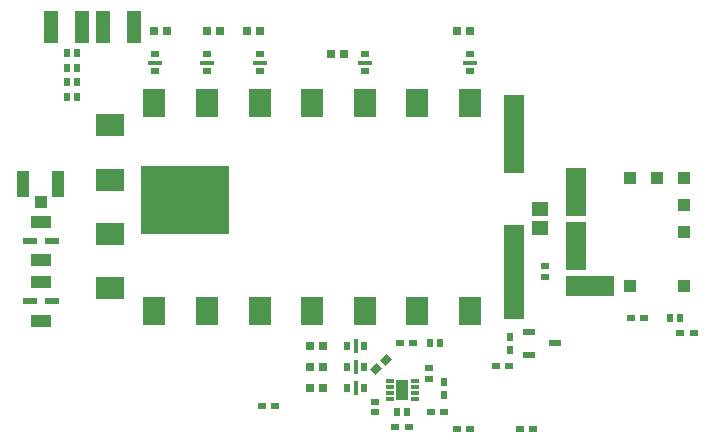
<source format=gbp>
G04*
G04 #@! TF.GenerationSoftware,Altium Limited,Altium Designer,22.3.1 (43)*
G04*
G04 Layer_Color=128*
%FSLAX25Y25*%
%MOIN*%
G70*
G04*
G04 #@! TF.SameCoordinates,D668225F-02C3-4EAC-AD72-9857121BA27B*
G04*
G04*
G04 #@! TF.FilePolarity,Positive*
G04*
G01*
G75*
%ADD16R,0.03150X0.02756*%
%ADD17R,0.02953X0.02362*%
%ADD19R,0.02362X0.02520*%
%ADD21R,0.02520X0.02362*%
%ADD29R,0.02362X0.02953*%
%ADD33R,0.03976X0.03976*%
%ADD34R,0.06969X0.16024*%
%ADD35R,0.16024X0.06969*%
%ADD45R,0.05512X0.05118*%
%ADD46R,0.04961X0.10709*%
%ADD48R,0.03150X0.02165*%
%ADD49R,0.04724X0.01181*%
G04:AMPARAMS|DCode=102|XSize=23.62mil|YSize=29.53mil|CornerRadius=0mil|HoleSize=0mil|Usage=FLASHONLY|Rotation=315.000|XOffset=0mil|YOffset=0mil|HoleType=Round|Shape=Rectangle|*
%AMROTATEDRECTD102*
4,1,4,-0.01879,-0.00209,0.00209,0.01879,0.01879,0.00209,-0.00209,-0.01879,-0.01879,-0.00209,0.0*
%
%ADD102ROTATEDRECTD102*%

%ADD103R,0.07087X0.31496*%
%ADD104R,0.07087X0.25984*%
%ADD105R,0.07402X0.09724*%
%ADD106R,0.09724X0.07402*%
%ADD108R,0.03937X0.04134*%
%ADD109R,0.04134X0.08661*%
%ADD110R,0.04902X0.02402*%
%ADD111R,0.07087X0.04095*%
%ADD112R,0.02165X0.03150*%
%ADD113R,0.01181X0.04724*%
%ADD114R,0.04134X0.02362*%
%ADD115R,0.03937X0.06693*%
%ADD116R,0.02756X0.01181*%
%ADD131R,0.29456X0.22621*%
D16*
X135665Y258500D02*
D03*
X131335D02*
D03*
X232335D02*
D03*
X236665D02*
D03*
X190169Y251000D02*
D03*
X194500D02*
D03*
X153165Y258500D02*
D03*
X148835D02*
D03*
X162335D02*
D03*
X166665D02*
D03*
X183335Y139500D02*
D03*
X187665D02*
D03*
X183335Y153500D02*
D03*
X187665D02*
D03*
X183335Y146500D02*
D03*
X187665D02*
D03*
D17*
X213236Y154500D02*
D03*
X217764D02*
D03*
X245236Y147000D02*
D03*
X249764D02*
D03*
X216264Y126500D02*
D03*
X211736D02*
D03*
X253236Y126000D02*
D03*
X257764D02*
D03*
X236764D02*
D03*
X232236D02*
D03*
X228028Y131500D02*
D03*
X223500D02*
D03*
X294764Y163000D02*
D03*
X290236D02*
D03*
X311264Y158000D02*
D03*
X306736D02*
D03*
X167236Y133500D02*
D03*
X171764D02*
D03*
D19*
X226732Y154500D02*
D03*
X223268D02*
D03*
X105732Y236500D02*
D03*
X102268D02*
D03*
X105682Y251455D02*
D03*
X102217D02*
D03*
X105682Y246455D02*
D03*
X102217D02*
D03*
X105732Y241500D02*
D03*
X102268D02*
D03*
X303268Y163000D02*
D03*
X306732D02*
D03*
X212268Y131500D02*
D03*
X215732D02*
D03*
D21*
X261500Y180232D02*
D03*
Y176768D02*
D03*
X223000Y142768D02*
D03*
Y146232D02*
D03*
X205000Y134965D02*
D03*
Y131500D02*
D03*
D29*
X250000Y156764D02*
D03*
Y152236D02*
D03*
X228000Y137236D02*
D03*
Y141764D02*
D03*
D33*
X299008Y209520D02*
D03*
X308024D02*
D03*
Y200504D02*
D03*
Y191488D02*
D03*
Y173496D02*
D03*
X289992D02*
D03*
Y209520D02*
D03*
D34*
X272000Y187000D02*
D03*
Y204992D02*
D03*
D35*
X276488Y173496D02*
D03*
D45*
X260000Y199150D02*
D03*
Y192850D02*
D03*
D46*
X107343Y260010D02*
D03*
X96871D02*
D03*
X114264Y260000D02*
D03*
X124736D02*
D03*
D48*
X236500Y250854D02*
D03*
Y245146D02*
D03*
X201500Y250854D02*
D03*
Y245146D02*
D03*
X131500Y250854D02*
D03*
Y245146D02*
D03*
X149000Y250854D02*
D03*
Y245146D02*
D03*
X166500Y250854D02*
D03*
Y245146D02*
D03*
D49*
X236500Y248000D02*
D03*
X201500D02*
D03*
X131500D02*
D03*
X149000D02*
D03*
X166500D02*
D03*
D102*
X205399Y145899D02*
D03*
X208601Y149101D02*
D03*
D103*
X251421Y178347D02*
D03*
D104*
Y224410D02*
D03*
D105*
X236559Y165256D02*
D03*
X219039D02*
D03*
X201520D02*
D03*
X184000D02*
D03*
X166480D02*
D03*
X148961D02*
D03*
X131441D02*
D03*
Y234744D02*
D03*
X148961D02*
D03*
X166480D02*
D03*
X184000D02*
D03*
X201520D02*
D03*
X219039D02*
D03*
X236559D02*
D03*
D106*
X116579Y172835D02*
D03*
Y190945D02*
D03*
Y209055D02*
D03*
Y227165D02*
D03*
D108*
X93500Y201500D02*
D03*
D109*
X99307Y207504D02*
D03*
X87693D02*
D03*
D110*
X97154Y188602D02*
D03*
X89850D02*
D03*
X97154Y168500D02*
D03*
X89850D02*
D03*
D111*
X93500Y195000D02*
D03*
Y182205D02*
D03*
Y174898D02*
D03*
Y162102D02*
D03*
D112*
X195646Y139500D02*
D03*
X201354D02*
D03*
X195646Y153500D02*
D03*
X201354D02*
D03*
X195646Y146500D02*
D03*
X201354D02*
D03*
D113*
X198500Y139500D02*
D03*
Y153500D02*
D03*
Y146500D02*
D03*
D114*
X264831Y154500D02*
D03*
X256169Y158240D02*
D03*
Y150760D02*
D03*
D115*
X214000Y139000D02*
D03*
D116*
X209866Y141953D02*
D03*
Y139984D02*
D03*
Y138016D02*
D03*
Y136047D02*
D03*
X218134D02*
D03*
Y138016D02*
D03*
Y139984D02*
D03*
Y141953D02*
D03*
D131*
X141460Y202453D02*
D03*
M02*

</source>
